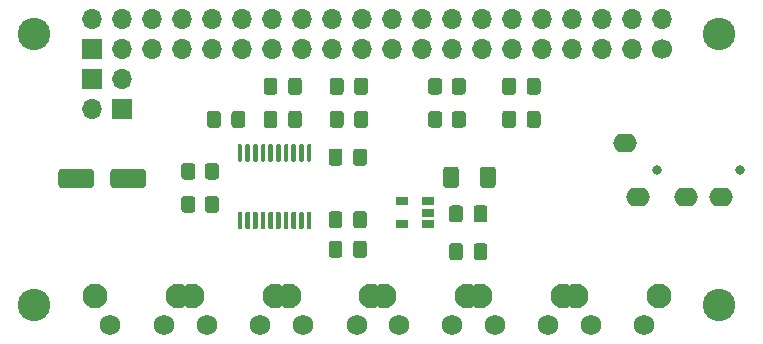
<source format=gbr>
%TF.GenerationSoftware,KiCad,Pcbnew,5.1.10*%
%TF.CreationDate,2022-04-13T10:23:53+12:00*%
%TF.ProjectId,odsk,6f64736b-2e6b-4696-9361-645f70636258,rev?*%
%TF.SameCoordinates,Original*%
%TF.FileFunction,Soldermask,Top*%
%TF.FilePolarity,Negative*%
%FSLAX46Y46*%
G04 Gerber Fmt 4.6, Leading zero omitted, Abs format (unit mm)*
G04 Created by KiCad (PCBNEW 5.1.10) date 2022-04-13 10:23:53*
%MOMM*%
%LPD*%
G01*
G04 APERTURE LIST*
%ADD10O,2.000000X1.600000*%
%ADD11C,0.800000*%
%ADD12R,1.060000X0.650000*%
%ADD13C,2.100000*%
%ADD14C,1.750000*%
%ADD15O,1.700000X1.700000*%
%ADD16C,1.700000*%
%ADD17R,1.700000X1.700000*%
%ADD18C,2.750000*%
G04 APERTURE END LIST*
%TO.C,C3*%
G36*
G01*
X189800000Y-134050001D02*
X189800000Y-132749999D01*
G75*
G02*
X190049999Y-132500000I249999J0D01*
G01*
X190875001Y-132500000D01*
G75*
G02*
X191125000Y-132749999I0J-249999D01*
G01*
X191125000Y-134050001D01*
G75*
G02*
X190875001Y-134300000I-249999J0D01*
G01*
X190049999Y-134300000D01*
G75*
G02*
X189800000Y-134050001I0J249999D01*
G01*
G37*
G36*
G01*
X186675000Y-134050001D02*
X186675000Y-132749999D01*
G75*
G02*
X186924999Y-132500000I249999J0D01*
G01*
X187750001Y-132500000D01*
G75*
G02*
X188000000Y-132749999I0J-249999D01*
G01*
X188000000Y-134050001D01*
G75*
G02*
X187750001Y-134300000I-249999J0D01*
G01*
X186924999Y-134300000D01*
G75*
G02*
X186675000Y-134050001I0J249999D01*
G01*
G37*
%TD*%
D10*
%TO.C,AV_OUTPUT1*%
X202100000Y-130500000D03*
X203200000Y-135100000D03*
X210200000Y-135100000D03*
D11*
X204800000Y-132800000D03*
X211800000Y-132800000D03*
D10*
X207200000Y-135100000D03*
%TD*%
%TO.C,C14*%
G36*
G01*
X194925000Y-128025000D02*
X194925000Y-128975000D01*
G75*
G02*
X194675000Y-129225000I-250000J0D01*
G01*
X194000000Y-129225000D01*
G75*
G02*
X193750000Y-128975000I0J250000D01*
G01*
X193750000Y-128025000D01*
G75*
G02*
X194000000Y-127775000I250000J0D01*
G01*
X194675000Y-127775000D01*
G75*
G02*
X194925000Y-128025000I0J-250000D01*
G01*
G37*
G36*
G01*
X192850000Y-128025000D02*
X192850000Y-128975000D01*
G75*
G02*
X192600000Y-129225000I-250000J0D01*
G01*
X191925000Y-129225000D01*
G75*
G02*
X191675000Y-128975000I0J250000D01*
G01*
X191675000Y-128025000D01*
G75*
G02*
X191925000Y-127775000I250000J0D01*
G01*
X192600000Y-127775000D01*
G75*
G02*
X192850000Y-128025000I0J-250000D01*
G01*
G37*
%TD*%
%TO.C,C13*%
G36*
G01*
X194925000Y-125225000D02*
X194925000Y-126175000D01*
G75*
G02*
X194675000Y-126425000I-250000J0D01*
G01*
X194000000Y-126425000D01*
G75*
G02*
X193750000Y-126175000I0J250000D01*
G01*
X193750000Y-125225000D01*
G75*
G02*
X194000000Y-124975000I250000J0D01*
G01*
X194675000Y-124975000D01*
G75*
G02*
X194925000Y-125225000I0J-250000D01*
G01*
G37*
G36*
G01*
X192850000Y-125225000D02*
X192850000Y-126175000D01*
G75*
G02*
X192600000Y-126425000I-250000J0D01*
G01*
X191925000Y-126425000D01*
G75*
G02*
X191675000Y-126175000I0J250000D01*
G01*
X191675000Y-125225000D01*
G75*
G02*
X191925000Y-124975000I250000J0D01*
G01*
X192600000Y-124975000D01*
G75*
G02*
X192850000Y-125225000I0J-250000D01*
G01*
G37*
%TD*%
%TO.C,C12*%
G36*
G01*
X180225000Y-139025000D02*
X180225000Y-139975000D01*
G75*
G02*
X179975000Y-140225000I-250000J0D01*
G01*
X179300000Y-140225000D01*
G75*
G02*
X179050000Y-139975000I0J250000D01*
G01*
X179050000Y-139025000D01*
G75*
G02*
X179300000Y-138775000I250000J0D01*
G01*
X179975000Y-138775000D01*
G75*
G02*
X180225000Y-139025000I0J-250000D01*
G01*
G37*
G36*
G01*
X178150000Y-139025000D02*
X178150000Y-139975000D01*
G75*
G02*
X177900000Y-140225000I-250000J0D01*
G01*
X177225000Y-140225000D01*
G75*
G02*
X176975000Y-139975000I0J250000D01*
G01*
X176975000Y-139025000D01*
G75*
G02*
X177225000Y-138775000I250000J0D01*
G01*
X177900000Y-138775000D01*
G75*
G02*
X178150000Y-139025000I0J-250000D01*
G01*
G37*
%TD*%
%TO.C,C11*%
G36*
G01*
X180325000Y-125225000D02*
X180325000Y-126175000D01*
G75*
G02*
X180075000Y-126425000I-250000J0D01*
G01*
X179400000Y-126425000D01*
G75*
G02*
X179150000Y-126175000I0J250000D01*
G01*
X179150000Y-125225000D01*
G75*
G02*
X179400000Y-124975000I250000J0D01*
G01*
X180075000Y-124975000D01*
G75*
G02*
X180325000Y-125225000I0J-250000D01*
G01*
G37*
G36*
G01*
X178250000Y-125225000D02*
X178250000Y-126175000D01*
G75*
G02*
X178000000Y-126425000I-250000J0D01*
G01*
X177325000Y-126425000D01*
G75*
G02*
X177075000Y-126175000I0J250000D01*
G01*
X177075000Y-125225000D01*
G75*
G02*
X177325000Y-124975000I250000J0D01*
G01*
X178000000Y-124975000D01*
G75*
G02*
X178250000Y-125225000I0J-250000D01*
G01*
G37*
%TD*%
%TO.C,C10*%
G36*
G01*
X171475000Y-126175000D02*
X171475000Y-125225000D01*
G75*
G02*
X171725000Y-124975000I250000J0D01*
G01*
X172400000Y-124975000D01*
G75*
G02*
X172650000Y-125225000I0J-250000D01*
G01*
X172650000Y-126175000D01*
G75*
G02*
X172400000Y-126425000I-250000J0D01*
G01*
X171725000Y-126425000D01*
G75*
G02*
X171475000Y-126175000I0J250000D01*
G01*
G37*
G36*
G01*
X173550000Y-126175000D02*
X173550000Y-125225000D01*
G75*
G02*
X173800000Y-124975000I250000J0D01*
G01*
X174475000Y-124975000D01*
G75*
G02*
X174725000Y-125225000I0J-250000D01*
G01*
X174725000Y-126175000D01*
G75*
G02*
X174475000Y-126425000I-250000J0D01*
G01*
X173800000Y-126425000D01*
G75*
G02*
X173550000Y-126175000I0J250000D01*
G01*
G37*
%TD*%
%TO.C,C9*%
G36*
G01*
X180325000Y-128025000D02*
X180325000Y-128975000D01*
G75*
G02*
X180075000Y-129225000I-250000J0D01*
G01*
X179400000Y-129225000D01*
G75*
G02*
X179150000Y-128975000I0J250000D01*
G01*
X179150000Y-128025000D01*
G75*
G02*
X179400000Y-127775000I250000J0D01*
G01*
X180075000Y-127775000D01*
G75*
G02*
X180325000Y-128025000I0J-250000D01*
G01*
G37*
G36*
G01*
X178250000Y-128025000D02*
X178250000Y-128975000D01*
G75*
G02*
X178000000Y-129225000I-250000J0D01*
G01*
X177325000Y-129225000D01*
G75*
G02*
X177075000Y-128975000I0J250000D01*
G01*
X177075000Y-128025000D01*
G75*
G02*
X177325000Y-127775000I250000J0D01*
G01*
X178000000Y-127775000D01*
G75*
G02*
X178250000Y-128025000I0J-250000D01*
G01*
G37*
%TD*%
%TO.C,C8*%
G36*
G01*
X171475000Y-128975000D02*
X171475000Y-128025000D01*
G75*
G02*
X171725000Y-127775000I250000J0D01*
G01*
X172400000Y-127775000D01*
G75*
G02*
X172650000Y-128025000I0J-250000D01*
G01*
X172650000Y-128975000D01*
G75*
G02*
X172400000Y-129225000I-250000J0D01*
G01*
X171725000Y-129225000D01*
G75*
G02*
X171475000Y-128975000I0J250000D01*
G01*
G37*
G36*
G01*
X173550000Y-128975000D02*
X173550000Y-128025000D01*
G75*
G02*
X173800000Y-127775000I250000J0D01*
G01*
X174475000Y-127775000D01*
G75*
G02*
X174725000Y-128025000I0J-250000D01*
G01*
X174725000Y-128975000D01*
G75*
G02*
X174475000Y-129225000I-250000J0D01*
G01*
X173800000Y-129225000D01*
G75*
G02*
X173550000Y-128975000I0J250000D01*
G01*
G37*
%TD*%
%TO.C,C6*%
G36*
G01*
X166675000Y-128975000D02*
X166675000Y-128025000D01*
G75*
G02*
X166925000Y-127775000I250000J0D01*
G01*
X167600000Y-127775000D01*
G75*
G02*
X167850000Y-128025000I0J-250000D01*
G01*
X167850000Y-128975000D01*
G75*
G02*
X167600000Y-129225000I-250000J0D01*
G01*
X166925000Y-129225000D01*
G75*
G02*
X166675000Y-128975000I0J250000D01*
G01*
G37*
G36*
G01*
X168750000Y-128975000D02*
X168750000Y-128025000D01*
G75*
G02*
X169000000Y-127775000I250000J0D01*
G01*
X169675000Y-127775000D01*
G75*
G02*
X169925000Y-128025000I0J-250000D01*
G01*
X169925000Y-128975000D01*
G75*
G02*
X169675000Y-129225000I-250000J0D01*
G01*
X169000000Y-129225000D01*
G75*
G02*
X168750000Y-128975000I0J250000D01*
G01*
G37*
%TD*%
%TO.C,C5*%
G36*
G01*
X180225000Y-136525000D02*
X180225000Y-137475000D01*
G75*
G02*
X179975000Y-137725000I-250000J0D01*
G01*
X179300000Y-137725000D01*
G75*
G02*
X179050000Y-137475000I0J250000D01*
G01*
X179050000Y-136525000D01*
G75*
G02*
X179300000Y-136275000I250000J0D01*
G01*
X179975000Y-136275000D01*
G75*
G02*
X180225000Y-136525000I0J-250000D01*
G01*
G37*
G36*
G01*
X178150000Y-136525000D02*
X178150000Y-137475000D01*
G75*
G02*
X177900000Y-137725000I-250000J0D01*
G01*
X177225000Y-137725000D01*
G75*
G02*
X176975000Y-137475000I0J250000D01*
G01*
X176975000Y-136525000D01*
G75*
G02*
X177225000Y-136275000I250000J0D01*
G01*
X177900000Y-136275000D01*
G75*
G02*
X178150000Y-136525000I0J-250000D01*
G01*
G37*
%TD*%
%TO.C,C4*%
G36*
G01*
X176975000Y-132175000D02*
X176975000Y-131225000D01*
G75*
G02*
X177225000Y-130975000I250000J0D01*
G01*
X177900000Y-130975000D01*
G75*
G02*
X178150000Y-131225000I0J-250000D01*
G01*
X178150000Y-132175000D01*
G75*
G02*
X177900000Y-132425000I-250000J0D01*
G01*
X177225000Y-132425000D01*
G75*
G02*
X176975000Y-132175000I0J250000D01*
G01*
G37*
G36*
G01*
X179050000Y-132175000D02*
X179050000Y-131225000D01*
G75*
G02*
X179300000Y-130975000I250000J0D01*
G01*
X179975000Y-130975000D01*
G75*
G02*
X180225000Y-131225000I0J-250000D01*
G01*
X180225000Y-132175000D01*
G75*
G02*
X179975000Y-132425000I-250000J0D01*
G01*
X179300000Y-132425000D01*
G75*
G02*
X179050000Y-132175000I0J250000D01*
G01*
G37*
%TD*%
%TO.C,C2*%
G36*
G01*
X187175000Y-136975000D02*
X187175000Y-136025000D01*
G75*
G02*
X187425000Y-135775000I250000J0D01*
G01*
X188100000Y-135775000D01*
G75*
G02*
X188350000Y-136025000I0J-250000D01*
G01*
X188350000Y-136975000D01*
G75*
G02*
X188100000Y-137225000I-250000J0D01*
G01*
X187425000Y-137225000D01*
G75*
G02*
X187175000Y-136975000I0J250000D01*
G01*
G37*
G36*
G01*
X189250000Y-136975000D02*
X189250000Y-136025000D01*
G75*
G02*
X189500000Y-135775000I250000J0D01*
G01*
X190175000Y-135775000D01*
G75*
G02*
X190425000Y-136025000I0J-250000D01*
G01*
X190425000Y-136975000D01*
G75*
G02*
X190175000Y-137225000I-250000J0D01*
G01*
X189500000Y-137225000D01*
G75*
G02*
X189250000Y-136975000I0J250000D01*
G01*
G37*
%TD*%
%TO.C,C1*%
G36*
G01*
X187175000Y-140175000D02*
X187175000Y-139225000D01*
G75*
G02*
X187425000Y-138975000I250000J0D01*
G01*
X188100000Y-138975000D01*
G75*
G02*
X188350000Y-139225000I0J-250000D01*
G01*
X188350000Y-140175000D01*
G75*
G02*
X188100000Y-140425000I-250000J0D01*
G01*
X187425000Y-140425000D01*
G75*
G02*
X187175000Y-140175000I0J250000D01*
G01*
G37*
G36*
G01*
X189250000Y-140175000D02*
X189250000Y-139225000D01*
G75*
G02*
X189500000Y-138975000I250000J0D01*
G01*
X190175000Y-138975000D01*
G75*
G02*
X190425000Y-139225000I0J-250000D01*
G01*
X190425000Y-140175000D01*
G75*
G02*
X190175000Y-140425000I-250000J0D01*
G01*
X189500000Y-140425000D01*
G75*
G02*
X189250000Y-140175000I0J250000D01*
G01*
G37*
%TD*%
%TO.C,U2*%
G36*
G01*
X175225000Y-130600000D02*
X175425000Y-130600000D01*
G75*
G02*
X175525000Y-130700000I0J-100000D01*
G01*
X175525000Y-131975000D01*
G75*
G02*
X175425000Y-132075000I-100000J0D01*
G01*
X175225000Y-132075000D01*
G75*
G02*
X175125000Y-131975000I0J100000D01*
G01*
X175125000Y-130700000D01*
G75*
G02*
X175225000Y-130600000I100000J0D01*
G01*
G37*
G36*
G01*
X174575000Y-130600000D02*
X174775000Y-130600000D01*
G75*
G02*
X174875000Y-130700000I0J-100000D01*
G01*
X174875000Y-131975000D01*
G75*
G02*
X174775000Y-132075000I-100000J0D01*
G01*
X174575000Y-132075000D01*
G75*
G02*
X174475000Y-131975000I0J100000D01*
G01*
X174475000Y-130700000D01*
G75*
G02*
X174575000Y-130600000I100000J0D01*
G01*
G37*
G36*
G01*
X173925000Y-130600000D02*
X174125000Y-130600000D01*
G75*
G02*
X174225000Y-130700000I0J-100000D01*
G01*
X174225000Y-131975000D01*
G75*
G02*
X174125000Y-132075000I-100000J0D01*
G01*
X173925000Y-132075000D01*
G75*
G02*
X173825000Y-131975000I0J100000D01*
G01*
X173825000Y-130700000D01*
G75*
G02*
X173925000Y-130600000I100000J0D01*
G01*
G37*
G36*
G01*
X173275000Y-130600000D02*
X173475000Y-130600000D01*
G75*
G02*
X173575000Y-130700000I0J-100000D01*
G01*
X173575000Y-131975000D01*
G75*
G02*
X173475000Y-132075000I-100000J0D01*
G01*
X173275000Y-132075000D01*
G75*
G02*
X173175000Y-131975000I0J100000D01*
G01*
X173175000Y-130700000D01*
G75*
G02*
X173275000Y-130600000I100000J0D01*
G01*
G37*
G36*
G01*
X172625000Y-130600000D02*
X172825000Y-130600000D01*
G75*
G02*
X172925000Y-130700000I0J-100000D01*
G01*
X172925000Y-131975000D01*
G75*
G02*
X172825000Y-132075000I-100000J0D01*
G01*
X172625000Y-132075000D01*
G75*
G02*
X172525000Y-131975000I0J100000D01*
G01*
X172525000Y-130700000D01*
G75*
G02*
X172625000Y-130600000I100000J0D01*
G01*
G37*
G36*
G01*
X171975000Y-130600000D02*
X172175000Y-130600000D01*
G75*
G02*
X172275000Y-130700000I0J-100000D01*
G01*
X172275000Y-131975000D01*
G75*
G02*
X172175000Y-132075000I-100000J0D01*
G01*
X171975000Y-132075000D01*
G75*
G02*
X171875000Y-131975000I0J100000D01*
G01*
X171875000Y-130700000D01*
G75*
G02*
X171975000Y-130600000I100000J0D01*
G01*
G37*
G36*
G01*
X171325000Y-130600000D02*
X171525000Y-130600000D01*
G75*
G02*
X171625000Y-130700000I0J-100000D01*
G01*
X171625000Y-131975000D01*
G75*
G02*
X171525000Y-132075000I-100000J0D01*
G01*
X171325000Y-132075000D01*
G75*
G02*
X171225000Y-131975000I0J100000D01*
G01*
X171225000Y-130700000D01*
G75*
G02*
X171325000Y-130600000I100000J0D01*
G01*
G37*
G36*
G01*
X170675000Y-130600000D02*
X170875000Y-130600000D01*
G75*
G02*
X170975000Y-130700000I0J-100000D01*
G01*
X170975000Y-131975000D01*
G75*
G02*
X170875000Y-132075000I-100000J0D01*
G01*
X170675000Y-132075000D01*
G75*
G02*
X170575000Y-131975000I0J100000D01*
G01*
X170575000Y-130700000D01*
G75*
G02*
X170675000Y-130600000I100000J0D01*
G01*
G37*
G36*
G01*
X170025000Y-130600000D02*
X170225000Y-130600000D01*
G75*
G02*
X170325000Y-130700000I0J-100000D01*
G01*
X170325000Y-131975000D01*
G75*
G02*
X170225000Y-132075000I-100000J0D01*
G01*
X170025000Y-132075000D01*
G75*
G02*
X169925000Y-131975000I0J100000D01*
G01*
X169925000Y-130700000D01*
G75*
G02*
X170025000Y-130600000I100000J0D01*
G01*
G37*
G36*
G01*
X169375000Y-130600000D02*
X169575000Y-130600000D01*
G75*
G02*
X169675000Y-130700000I0J-100000D01*
G01*
X169675000Y-131975000D01*
G75*
G02*
X169575000Y-132075000I-100000J0D01*
G01*
X169375000Y-132075000D01*
G75*
G02*
X169275000Y-131975000I0J100000D01*
G01*
X169275000Y-130700000D01*
G75*
G02*
X169375000Y-130600000I100000J0D01*
G01*
G37*
G36*
G01*
X169375000Y-136325000D02*
X169575000Y-136325000D01*
G75*
G02*
X169675000Y-136425000I0J-100000D01*
G01*
X169675000Y-137700000D01*
G75*
G02*
X169575000Y-137800000I-100000J0D01*
G01*
X169375000Y-137800000D01*
G75*
G02*
X169275000Y-137700000I0J100000D01*
G01*
X169275000Y-136425000D01*
G75*
G02*
X169375000Y-136325000I100000J0D01*
G01*
G37*
G36*
G01*
X170025000Y-136325000D02*
X170225000Y-136325000D01*
G75*
G02*
X170325000Y-136425000I0J-100000D01*
G01*
X170325000Y-137700000D01*
G75*
G02*
X170225000Y-137800000I-100000J0D01*
G01*
X170025000Y-137800000D01*
G75*
G02*
X169925000Y-137700000I0J100000D01*
G01*
X169925000Y-136425000D01*
G75*
G02*
X170025000Y-136325000I100000J0D01*
G01*
G37*
G36*
G01*
X170675000Y-136325000D02*
X170875000Y-136325000D01*
G75*
G02*
X170975000Y-136425000I0J-100000D01*
G01*
X170975000Y-137700000D01*
G75*
G02*
X170875000Y-137800000I-100000J0D01*
G01*
X170675000Y-137800000D01*
G75*
G02*
X170575000Y-137700000I0J100000D01*
G01*
X170575000Y-136425000D01*
G75*
G02*
X170675000Y-136325000I100000J0D01*
G01*
G37*
G36*
G01*
X171325000Y-136325000D02*
X171525000Y-136325000D01*
G75*
G02*
X171625000Y-136425000I0J-100000D01*
G01*
X171625000Y-137700000D01*
G75*
G02*
X171525000Y-137800000I-100000J0D01*
G01*
X171325000Y-137800000D01*
G75*
G02*
X171225000Y-137700000I0J100000D01*
G01*
X171225000Y-136425000D01*
G75*
G02*
X171325000Y-136325000I100000J0D01*
G01*
G37*
G36*
G01*
X171975000Y-136325000D02*
X172175000Y-136325000D01*
G75*
G02*
X172275000Y-136425000I0J-100000D01*
G01*
X172275000Y-137700000D01*
G75*
G02*
X172175000Y-137800000I-100000J0D01*
G01*
X171975000Y-137800000D01*
G75*
G02*
X171875000Y-137700000I0J100000D01*
G01*
X171875000Y-136425000D01*
G75*
G02*
X171975000Y-136325000I100000J0D01*
G01*
G37*
G36*
G01*
X172625000Y-136325000D02*
X172825000Y-136325000D01*
G75*
G02*
X172925000Y-136425000I0J-100000D01*
G01*
X172925000Y-137700000D01*
G75*
G02*
X172825000Y-137800000I-100000J0D01*
G01*
X172625000Y-137800000D01*
G75*
G02*
X172525000Y-137700000I0J100000D01*
G01*
X172525000Y-136425000D01*
G75*
G02*
X172625000Y-136325000I100000J0D01*
G01*
G37*
G36*
G01*
X173275000Y-136325000D02*
X173475000Y-136325000D01*
G75*
G02*
X173575000Y-136425000I0J-100000D01*
G01*
X173575000Y-137700000D01*
G75*
G02*
X173475000Y-137800000I-100000J0D01*
G01*
X173275000Y-137800000D01*
G75*
G02*
X173175000Y-137700000I0J100000D01*
G01*
X173175000Y-136425000D01*
G75*
G02*
X173275000Y-136325000I100000J0D01*
G01*
G37*
G36*
G01*
X173925000Y-136325000D02*
X174125000Y-136325000D01*
G75*
G02*
X174225000Y-136425000I0J-100000D01*
G01*
X174225000Y-137700000D01*
G75*
G02*
X174125000Y-137800000I-100000J0D01*
G01*
X173925000Y-137800000D01*
G75*
G02*
X173825000Y-137700000I0J100000D01*
G01*
X173825000Y-136425000D01*
G75*
G02*
X173925000Y-136325000I100000J0D01*
G01*
G37*
G36*
G01*
X174575000Y-136325000D02*
X174775000Y-136325000D01*
G75*
G02*
X174875000Y-136425000I0J-100000D01*
G01*
X174875000Y-137700000D01*
G75*
G02*
X174775000Y-137800000I-100000J0D01*
G01*
X174575000Y-137800000D01*
G75*
G02*
X174475000Y-137700000I0J100000D01*
G01*
X174475000Y-136425000D01*
G75*
G02*
X174575000Y-136325000I100000J0D01*
G01*
G37*
G36*
G01*
X175225000Y-136325000D02*
X175425000Y-136325000D01*
G75*
G02*
X175525000Y-136425000I0J-100000D01*
G01*
X175525000Y-137700000D01*
G75*
G02*
X175425000Y-137800000I-100000J0D01*
G01*
X175225000Y-137800000D01*
G75*
G02*
X175125000Y-137700000I0J100000D01*
G01*
X175125000Y-136425000D01*
G75*
G02*
X175225000Y-136325000I100000J0D01*
G01*
G37*
%TD*%
D12*
%TO.C,U1*%
X185400000Y-137350000D03*
X185400000Y-136400000D03*
X185400000Y-135450000D03*
X183200000Y-135450000D03*
X183200000Y-137350000D03*
%TD*%
%TO.C,R4*%
G36*
G01*
X188600000Y-128049999D02*
X188600000Y-128950001D01*
G75*
G02*
X188350001Y-129200000I-249999J0D01*
G01*
X187649999Y-129200000D01*
G75*
G02*
X187400000Y-128950001I0J249999D01*
G01*
X187400000Y-128049999D01*
G75*
G02*
X187649999Y-127800000I249999J0D01*
G01*
X188350001Y-127800000D01*
G75*
G02*
X188600000Y-128049999I0J-249999D01*
G01*
G37*
G36*
G01*
X186600000Y-128049999D02*
X186600000Y-128950001D01*
G75*
G02*
X186350001Y-129200000I-249999J0D01*
G01*
X185649999Y-129200000D01*
G75*
G02*
X185400000Y-128950001I0J249999D01*
G01*
X185400000Y-128049999D01*
G75*
G02*
X185649999Y-127800000I249999J0D01*
G01*
X186350001Y-127800000D01*
G75*
G02*
X186600000Y-128049999I0J-249999D01*
G01*
G37*
%TD*%
%TO.C,R3*%
G36*
G01*
X188600000Y-125249999D02*
X188600000Y-126150001D01*
G75*
G02*
X188350001Y-126400000I-249999J0D01*
G01*
X187649999Y-126400000D01*
G75*
G02*
X187400000Y-126150001I0J249999D01*
G01*
X187400000Y-125249999D01*
G75*
G02*
X187649999Y-125000000I249999J0D01*
G01*
X188350001Y-125000000D01*
G75*
G02*
X188600000Y-125249999I0J-249999D01*
G01*
G37*
G36*
G01*
X186600000Y-125249999D02*
X186600000Y-126150001D01*
G75*
G02*
X186350001Y-126400000I-249999J0D01*
G01*
X185649999Y-126400000D01*
G75*
G02*
X185400000Y-126150001I0J249999D01*
G01*
X185400000Y-125249999D01*
G75*
G02*
X185649999Y-125000000I249999J0D01*
G01*
X186350001Y-125000000D01*
G75*
G02*
X186600000Y-125249999I0J-249999D01*
G01*
G37*
%TD*%
%TO.C,R2*%
G36*
G01*
X167700000Y-132449999D02*
X167700000Y-133350001D01*
G75*
G02*
X167450001Y-133600000I-249999J0D01*
G01*
X166749999Y-133600000D01*
G75*
G02*
X166500000Y-133350001I0J249999D01*
G01*
X166500000Y-132449999D01*
G75*
G02*
X166749999Y-132200000I249999J0D01*
G01*
X167450001Y-132200000D01*
G75*
G02*
X167700000Y-132449999I0J-249999D01*
G01*
G37*
G36*
G01*
X165700000Y-132449999D02*
X165700000Y-133350001D01*
G75*
G02*
X165450001Y-133600000I-249999J0D01*
G01*
X164749999Y-133600000D01*
G75*
G02*
X164500000Y-133350001I0J249999D01*
G01*
X164500000Y-132449999D01*
G75*
G02*
X164749999Y-132200000I249999J0D01*
G01*
X165450001Y-132200000D01*
G75*
G02*
X165700000Y-132449999I0J-249999D01*
G01*
G37*
%TD*%
%TO.C,R1*%
G36*
G01*
X167700000Y-135249999D02*
X167700000Y-136150001D01*
G75*
G02*
X167450001Y-136400000I-249999J0D01*
G01*
X166749999Y-136400000D01*
G75*
G02*
X166500000Y-136150001I0J249999D01*
G01*
X166500000Y-135249999D01*
G75*
G02*
X166749999Y-135000000I249999J0D01*
G01*
X167450001Y-135000000D01*
G75*
G02*
X167700000Y-135249999I0J-249999D01*
G01*
G37*
G36*
G01*
X165700000Y-135249999D02*
X165700000Y-136150001D01*
G75*
G02*
X165450001Y-136400000I-249999J0D01*
G01*
X164749999Y-136400000D01*
G75*
G02*
X164500000Y-136150001I0J249999D01*
G01*
X164500000Y-135249999D01*
G75*
G02*
X164749999Y-135000000I249999J0D01*
G01*
X165450001Y-135000000D01*
G75*
G02*
X165700000Y-135249999I0J-249999D01*
G01*
G37*
%TD*%
%TO.C,C7*%
G36*
G01*
X161500000Y-132950000D02*
X161500000Y-134050000D01*
G75*
G02*
X161250000Y-134300000I-250000J0D01*
G01*
X158750000Y-134300000D01*
G75*
G02*
X158500000Y-134050000I0J250000D01*
G01*
X158500000Y-132950000D01*
G75*
G02*
X158750000Y-132700000I250000J0D01*
G01*
X161250000Y-132700000D01*
G75*
G02*
X161500000Y-132950000I0J-250000D01*
G01*
G37*
G36*
G01*
X157100000Y-132950000D02*
X157100000Y-134050000D01*
G75*
G02*
X156850000Y-134300000I-250000J0D01*
G01*
X154350000Y-134300000D01*
G75*
G02*
X154100000Y-134050000I0J250000D01*
G01*
X154100000Y-132950000D01*
G75*
G02*
X154350000Y-132700000I250000J0D01*
G01*
X156850000Y-132700000D01*
G75*
G02*
X157100000Y-132950000I0J-250000D01*
G01*
G37*
%TD*%
D13*
%TO.C,VOL_UP1*%
X164250000Y-143454000D03*
D14*
X163000000Y-145944000D03*
X158500000Y-145944000D03*
D13*
X157240000Y-143454000D03*
%TD*%
%TO.C,VOL_DOWN1*%
X189792000Y-143454000D03*
D14*
X191052000Y-145944000D03*
X195552000Y-145944000D03*
D13*
X196802000Y-143454000D03*
%TD*%
%TO.C,OMNI1*%
X188674000Y-143454000D03*
D14*
X187424000Y-145944000D03*
X182924000Y-145944000D03*
D13*
X181664000Y-143454000D03*
%TD*%
D15*
%TO.C,PI_ZERO1*%
X200120000Y-119960000D03*
X202660000Y-122500000D03*
X187420000Y-122500000D03*
X187420000Y-119960000D03*
X202660000Y-119960000D03*
X200120000Y-122500000D03*
X205200000Y-119960000D03*
D16*
X205200000Y-122500000D03*
D15*
X177260000Y-122500000D03*
X177260000Y-119960000D03*
X192500000Y-122500000D03*
X192500000Y-119960000D03*
X172180000Y-122500000D03*
X172180000Y-119960000D03*
X189960000Y-122500000D03*
X189960000Y-119960000D03*
X195040000Y-122500000D03*
X195040000Y-119960000D03*
X182340000Y-122500000D03*
X182340000Y-119960000D03*
X159480000Y-122500000D03*
X159480000Y-119960000D03*
X164560000Y-122500000D03*
X164560000Y-119960000D03*
X162020000Y-122500000D03*
X162020000Y-119960000D03*
X184880000Y-122500000D03*
X184880000Y-119960000D03*
X167100000Y-122500000D03*
X167100000Y-119960000D03*
X197580000Y-122500000D03*
X197580000Y-119960000D03*
X169640000Y-122500000D03*
X169640000Y-119960000D03*
X179800000Y-122500000D03*
X179800000Y-119960000D03*
X174720000Y-122500000D03*
X174720000Y-119960000D03*
D17*
X156940000Y-122500000D03*
D15*
X156940000Y-119960000D03*
D18*
X210070000Y-121230000D03*
X152070000Y-144230000D03*
X210070000Y-144230000D03*
X152070000Y-121230000D03*
D17*
X156940000Y-125040000D03*
X159480000Y-127580000D03*
D15*
X156940000Y-127580000D03*
X159480000Y-125040000D03*
%TD*%
D13*
%TO.C,SKIP_PREV1*%
X165440000Y-143460000D03*
D14*
X166700000Y-145950000D03*
X171200000Y-145950000D03*
D13*
X172450000Y-143460000D03*
%TD*%
%TO.C,SKIP_NEXT1*%
X173590000Y-143454000D03*
D14*
X174850000Y-145944000D03*
X179350000Y-145944000D03*
D13*
X180600000Y-143454000D03*
%TD*%
%TO.C,PLAY_PAUSE1*%
X204950000Y-143460000D03*
D14*
X203700000Y-145950000D03*
X199200000Y-145950000D03*
D13*
X197940000Y-143460000D03*
%TD*%
M02*

</source>
